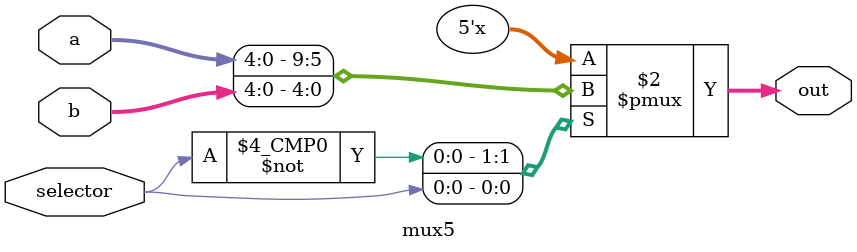
<source format=v>
module mux32(
    output reg [31:0] out,
    input wire [31:0] a,
    input wire [31:0] b,
    input wire selector
);
     always @(*) begin
        case (selector)
            1'b0: out = a; 
            1'b1: out = b;
        endcase
    end
endmodule

module mux5(
    output reg [4:0] out,
    input wire [4:0] a,
    input wire [4:0] b,
    input wire selector
);
     always @(*) begin
        case (selector)
            1'b0: out = a; 
            1'b1: out = b;
        endcase
    end
endmodule
</source>
